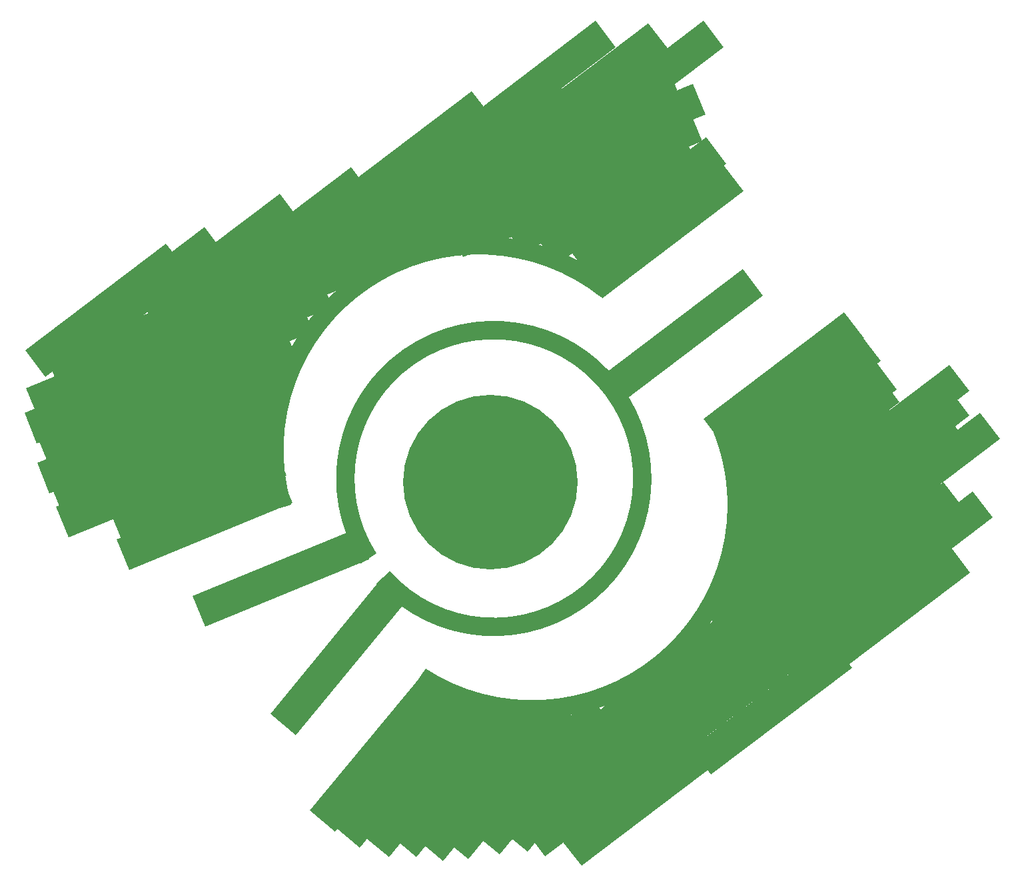
<source format=gbr>
G04 ===== Begin FILE IDENTIFICATION =====*
G04 File Format:  Gerber RS274X*
G04 ===== End FILE IDENTIFICATION =====*
%FSLAX24Y24*%
%MOMM*%
%SFA1.0000B1.0000*%
%OFA0.0B0.0*%
%ADD14C,22.200000*%
%LNcond*%
%IPPOS*%
%LPD*%
G75*
G36*
G01X39408Y-585647D02*
G01X39407Y-585646D01*
G02X432732Y-321841I238251J69895D01*
G01X447357Y-303554D01*
G01X447356Y-303553D01*
G03X16938Y-592238I-169698J-212198D01*
G01X39408Y-585647D01*
G37*
G36*
G01X209646Y-793879D02*
G01X209645D01*
G01X196857Y-813494D01*
G01X196858Y-813495D01*
G03X597344Y-484543I148384J227612D01*
G01X597345Y-484542D01*
G01X575617Y-493276D01*
G01X575618D01*
G02X209646Y-793879I-230376J-92606D01*
G01X209646Y-793879D01*
G37*
G36*
G01X456233Y-431274D02*
G01X437572Y-445421D01*
G01X437573D01*
G02X164586Y-670238I-141026J-106905D01*
G01Y-670237D01*
G01X147125Y-685839D01*
G01X147126Y-685840D01*
G03X456233Y-431276I149421J133514D01*
G01Y-431274D01*
G37*
G36*
G01X437574Y-445422D02*
G01Y-445423D01*
G01X456235Y-431277D01*
G01X456234Y-431276D01*
G03X127634Y-660127I-159686J-121050D01*
G01Y-660129D01*
G01X147374Y-647531D01*
G01X147373Y-647530D01*
G02X437574Y-445422I149175J95203D01*
G01X437574Y-445422D01*
G37*
G36*
G01X-70006Y-740531D02*
G01X-85996Y-701469D01*
G01X121807Y-616404D01*
G01X137797Y-655466D01*
G01X-70006Y-740531D01*
G37*
G36*
G01X459652Y-455168D02*
G01X434154Y-421532D01*
G01X613092Y-285887D01*
G01X638590Y-319523D01*
G01X459652Y-455168D01*
G37*
G36*
G01X44963Y-878398D02*
G01X12384Y-851564D01*
G01X155139Y-678246D01*
G01X187719Y-705080D01*
G01X44963Y-878398D01*
G37*
G36*
G01X-167006Y-668531D02*
G01X-182996Y-629469D01*
G01X24807Y-544404D01*
G01X40797Y-583466D01*
G01X-167006Y-668531D01*
G37*
G36*
G01X95289Y-1001418D02*
G01X62710Y-974584D01*
G01X205465Y-801266D01*
G01X238045Y-828100D01*
G01X95289Y-1001418D01*
G37*
G36*
G01X434748Y-322819D02*
G01X409250Y-289183D01*
G01X588188Y-153538D01*
G01X613686Y-187174D01*
G01X434748Y-322819D01*
G37*
G36*
G01X588366Y-510095D02*
G01X562868Y-476459D01*
G01X741806Y-340814D01*
G01X767304Y-374450D01*
G01X588366Y-510095D01*
G37*
G36*
G01X-175006Y-633531D02*
G01X-190996Y-594469D01*
G01X16807Y-509404D01*
G01X32797Y-548466D01*
G01X-175006Y-633531D01*
G37*
G36*
G01X-181006Y-595531D02*
G01X-196996Y-556469D01*
G01X10807Y-471404D01*
G01X26797Y-510466D01*
G01X-181006Y-595531D01*
G37*
G36*
G01X-182006Y-552531D02*
G01X-197996Y-513469D01*
G01X9807Y-428404D01*
G01X25797Y-467466D01*
G01X-182006Y-552531D01*
G37*
G36*
G01X-171006Y-520531D02*
G01X-186996Y-481469D01*
G01X20807Y-396404D01*
G01X36797Y-435466D01*
G01X-171006Y-520531D01*
G37*
G36*
G01X-160006Y-488531D02*
G01X-175996Y-449469D01*
G01X31807Y-364404D01*
G01X47797Y-403466D01*
G01X-160006Y-488531D01*
G37*
G36*
G01X-141006Y-450531D02*
G01X-156996Y-411469D01*
G01X50807Y-326404D01*
G01X66797Y-365466D01*
G01X-141006Y-450531D01*
G37*
G36*
G01X-116006Y-419531D02*
G01X-131996Y-380469D01*
G01X75807Y-295404D01*
G01X91797Y-334466D01*
G01X-116006Y-419531D01*
G37*
G36*
G01X-62006Y-378531D02*
G01X-77996Y-339469D01*
G01X129807Y-254404D01*
G01X145797Y-293466D01*
G01X-62006Y-378531D01*
G37*
G36*
G01X-58006Y-344531D02*
G01X-73996Y-305469D01*
G01X133807Y-220404D01*
G01X149797Y-259466D01*
G01X-58006Y-344531D01*
G37*
G36*
G01X-257006Y-434531D02*
G01X-272996Y-395469D01*
G01X-65193Y-310404D01*
G01X-49203Y-349466D01*
G01X-257006Y-434531D01*
G37*
G36*
G01X-282006Y-476531D02*
G01X-297996Y-437469D01*
G01X-90193Y-352404D01*
G01X-74203Y-391466D01*
G01X-282006Y-476531D01*
G37*
G36*
G01X-284006Y-507531D02*
G01X-299996Y-468469D01*
G01X-92193Y-383404D01*
G01X-76203Y-422466D01*
G01X-284006Y-507531D01*
G37*
G36*
G01X-266006Y-542531D02*
G01X-281996Y-503469D01*
G01X-74193Y-418404D01*
G01X-58203Y-457466D01*
G01X-266006Y-542531D01*
G37*
G36*
G01X-268006Y-571531D02*
G01X-283996Y-532469D01*
G01X-76193Y-447404D01*
G01X-60203Y-486466D01*
G01X-268006Y-571531D01*
G37*
G36*
G01X-247006Y-607531D02*
G01X-262996Y-568469D01*
G01X-55193Y-483404D01*
G01X-39203Y-522466D01*
G01X-247006Y-607531D01*
G37*
G36*
G01X-244006Y-627531D02*
G01X-259996Y-588469D01*
G01X-52193Y-503404D01*
G01X-36203Y-542466D01*
G01X-244006Y-627531D01*
G37*
G36*
G01X149795Y-259466D02*
G01X133805Y-220404D01*
G01X341608Y-135339D01*
G01X357598Y-174401D01*
G01X149795Y-259466D01*
G37*
G36*
G01X145794Y-293466D02*
G01X129804Y-254404D01*
G01X337607Y-169339D01*
G01X353597Y-208401D01*
G01X145794Y-293466D01*
G37*
G36*
G01X257690Y-270464D02*
G01X241700Y-231402D01*
G01X449503Y-146337D01*
G01X465493Y-185399D01*
G01X257690Y-270464D01*
G37*
G36*
G01X353595Y-208400D02*
G01X337605Y-169338D01*
G01X545408Y-84273D01*
G01X561398Y-123335D01*
G01X353595Y-208400D01*
G37*
G36*
G01X330994Y-165531D02*
G01X315004Y-126469D01*
G01X522807Y-41404D01*
G01X538797Y-80466D01*
G01X330994Y-165531D01*
G37*
G36*
G01X357596Y-174401D02*
G01X341606Y-135339D01*
G01X549409Y-50274D01*
G01X565399Y-89336D01*
G01X357596Y-174401D01*
G37*
G36*
G01X327994Y-265531D02*
G01X312004Y-226469D01*
G01X519807Y-141404D01*
G01X535797Y-180466D01*
G01X327994Y-265531D01*
G37*
G36*
G01X412748Y-287819D02*
G01X387250Y-254183D01*
G01X566188Y-118538D01*
G01X591686Y-152174D01*
G01X412748Y-287819D01*
G37*
G36*
G01X376748Y-280819D02*
G01X351250Y-247183D01*
G01X530188Y-111538D01*
G01X555686Y-145174D01*
G01X376748Y-280819D01*
G37*
G36*
G01X225748Y-221819D02*
G01X200250Y-188183D01*
G01X379188Y-52538D01*
G01X404686Y-86174D01*
G01X225748Y-221819D01*
G37*
G36*
G01X322748Y-195819D02*
G01X297250Y-162183D01*
G01X476188Y-26538D01*
G01X501686Y-60174D01*
G01X322748Y-195819D01*
G37*
G36*
G01X159748Y-233819D02*
G01X134250Y-200183D01*
G01X313188Y-64538D01*
G01X338686Y-98174D01*
G01X159748Y-233819D01*
G37*
G36*
G01X609748Y-538819D02*
G01X584250Y-505183D01*
G01X763188Y-369538D01*
G01X788686Y-403174D01*
G01X609748Y-538819D01*
G37*
G36*
G01X629748Y-574819D02*
G01X604250Y-541183D01*
G01X783188Y-405538D01*
G01X808686Y-439174D01*
G01X629748Y-574819D01*
G37*
G36*
G01X628748Y-612819D02*
G01X603250Y-579183D01*
G01X782188Y-443538D01*
G01X807686Y-477174D01*
G01X628748Y-612819D01*
G37*
G36*
G01X619748Y-658819D02*
G01X594250Y-625183D01*
G01X773188Y-489538D01*
G01X798686Y-523174D01*
G01X619748Y-658819D01*
G37*
G36*
G01X619748Y-627819D02*
G01X594250Y-594183D01*
G01X773188Y-458538D01*
G01X798686Y-492174D01*
G01X619748Y-627819D01*
G37*
G36*
G01X632748Y-590819D02*
G01X607250Y-557183D01*
G01X786188Y-421538D01*
G01X811686Y-455174D01*
G01X632748Y-590819D01*
G37*
G36*
G01X126289Y-1021418D02*
G01X93710Y-994584D01*
G01X236465Y-821266D01*
G01X269045Y-848100D01*
G01X126289Y-1021418D01*
G37*
G36*
G01X163289Y-1033418D02*
G01X130710Y-1006584D01*
G01X273465Y-833266D01*
G01X306045Y-860100D01*
G01X163289Y-1033418D01*
G37*
G36*
G01X198289Y-1033418D02*
G01X165710Y-1006584D01*
G01X308465Y-833266D01*
G01X341045Y-860100D01*
G01X198289Y-1033418D01*
G37*
G36*
G01X232289Y-1038418D02*
G01X199710Y-1011584D01*
G01X342465Y-838266D01*
G01X375045Y-865100D01*
G01X232289Y-1038418D01*
G37*
G36*
G01X264289Y-1036418D02*
G01X231710Y-1009584D01*
G01X374465Y-836266D01*
G01X407045Y-863100D01*
G01X264289Y-1036418D01*
G37*
G36*
G01X304289Y-1030418D02*
G01X271710Y-1003584D01*
G01X414465Y-830266D01*
G01X447045Y-857100D01*
G01X304289Y-1030418D01*
G37*
G36*
G01X339289Y-1026418D02*
G01X306710Y-999584D01*
G01X449465Y-826266D01*
G01X482045Y-853100D01*
G01X339289Y-1026418D01*
G37*
G36*
G01X405748Y-920819D02*
G01X380250Y-887183D01*
G01X559188Y-751538D01*
G01X584686Y-785174D01*
G01X405748Y-920819D01*
G37*
G36*
G01X423415Y-956578D02*
G01X397917Y-922942D01*
G01X576855Y-787297D01*
G01X602353Y-820933D01*
G01X423415Y-956578D01*
G37*
G36*
G01X361748Y-1032819D02*
G01X336250Y-999183D01*
G01X515188Y-863538D01*
G01X540686Y-897174D01*
G01X361748Y-1032819D01*
G37*
G36*
G01X407748Y-1044819D02*
G01X382250Y-1011183D01*
G01X561188Y-875538D01*
G01X586686Y-909174D01*
G01X407748Y-1044819D01*
G37*
G36*
G01X399748Y-980819D02*
G01X374250Y-947183D01*
G01X553188Y-811538D01*
G01X578686Y-845174D01*
G01X399748Y-980819D01*
G37*
G36*
G01X501965Y-929815D02*
G01X476467Y-896179D01*
G01X655405Y-760534D01*
G01X680903Y-794170D01*
G01X501965Y-929815D01*
G37*
G36*
G01X565748Y-793819D02*
G01X540250Y-760183D01*
G01X719188Y-624538D01*
G01X744686Y-658174D01*
G01X565748Y-793819D01*
G37*
G36*
G01X588748Y-752819D02*
G01X563250Y-719183D01*
G01X742188Y-583538D01*
G01X767686Y-617174D01*
G01X588748Y-752819D01*
G37*
G36*
G01X604748Y-714819D02*
G01X579250Y-681183D01*
G01X758188Y-545538D01*
G01X783686Y-579174D01*
G01X604748Y-714819D01*
G37*
G36*
G01X615748Y-690819D02*
G01X590250Y-657183D01*
G01X769188Y-521538D01*
G01X794686Y-555174D01*
G01X615748Y-690819D01*
G37*
G36*
G01X580748Y-824819D02*
G01X555250Y-791183D01*
G01X734188Y-655538D01*
G01X759686Y-689174D01*
G01X580748Y-824819D01*
G37*
G36*
G01X690965Y-701815D02*
G01X665467Y-668179D01*
G01X844405Y-532534D01*
G01X869903Y-566170D01*
G01X690965Y-701815D01*
G37*
G36*
G01X714748Y-725819D02*
G01X689250Y-692183D01*
G01X868188Y-556538D01*
G01X893686Y-590174D01*
G01X714748Y-725819D01*
G37*
G36*
G01X717965Y-639815D02*
G01X692467Y-606179D01*
G01X871405Y-470534D01*
G01X896903Y-504170D01*
G01X717965Y-639815D01*
G37*
G36*
G01X721965Y-576815D02*
G01X696467Y-543179D01*
G01X875405Y-407534D01*
G01X900903Y-441170D01*
G01X721965Y-576815D01*
G37*
G36*
G01X721965Y-607815D02*
G01X696467Y-574179D01*
G01X875405Y-438534D01*
G01X900903Y-472170D01*
G01X721965Y-607815D01*
G37*
G36*
G01X680901Y-794172D02*
G01X655403Y-760536D01*
G01X834341Y-624891D01*
G01X859839Y-658527D01*
G01X680901Y-794172D01*
G37*
G36*
G01X572748Y-928819D02*
G01X547250Y-895183D01*
G01X726188Y-759538D01*
G01X751686Y-793174D01*
G01X572748Y-928819D01*
G37*
G36*
G01X722748Y-807819D02*
G01X697250Y-774183D01*
G01X876188Y-638538D01*
G01X901686Y-672174D01*
G01X722748Y-807819D01*
G37*
G36*
G01X751748Y-737819D02*
G01X726250Y-704183D01*
G01X905188Y-568538D01*
G01X930686Y-602174D01*
G01X751748Y-737819D01*
G37*
G36*
G01X760748Y-637819D02*
G01X735250Y-604183D01*
G01X914188Y-468538D01*
G01X939686Y-502174D01*
G01X760748Y-637819D01*
G37*
G36*
G01X38654Y-313755D02*
G01X13156Y-280119D01*
G01X192094Y-144474D01*
G01X217592Y-178110D01*
G01X38654Y-313755D01*
G37*
G36*
G01X-38252Y-325819D02*
G01X-63750Y-292183D01*
G01X115188Y-156538D01*
G01X140686Y-190174D01*
G01X-38252Y-325819D01*
G37*
G36*
G01X-129252Y-359819D02*
G01X-154750Y-326183D01*
G01X24188Y-190538D01*
G01X49686Y-224174D01*
G01X-129252Y-359819D01*
G37*
G36*
G01X-224252Y-401819D02*
G01X-249750Y-368183D01*
G01X-70812Y-232538D01*
G01X-45314Y-266174D01*
G01X-224252Y-401819D01*
G37*
G36*
G01X-273252Y-422819D02*
G01X-298750Y-389183D01*
G01X-119812Y-253538D01*
G01X-94314Y-287174D01*
G01X-273252Y-422819D01*
G37*
G36*
G01X115373Y-229115D02*
G01X89875Y-195479D01*
G01X268813Y-59834D01*
G01X294311Y-93470D01*
G01X115373Y-229115D01*
G37*
G36*
G01X272748Y-139819D02*
G01X247250Y-106183D01*
G01X426188Y29462D01*
G01X451686Y-4174D01*
G01X272748Y-139819D01*
G37*
G36*
G01X339748Y-142819D02*
G01X314250Y-109183D01*
G01X493188Y26462D01*
G01X518686Y-7174D01*
G01X339748Y-142819D01*
G37*
G36*
G01X409748Y-139819D02*
G01X384250Y-106183D01*
G01X563188Y29462D01*
G01X588686Y-4174D01*
G01X409748Y-139819D01*
G37*
D14*
X292000Y-557000D03*
M02*


</source>
